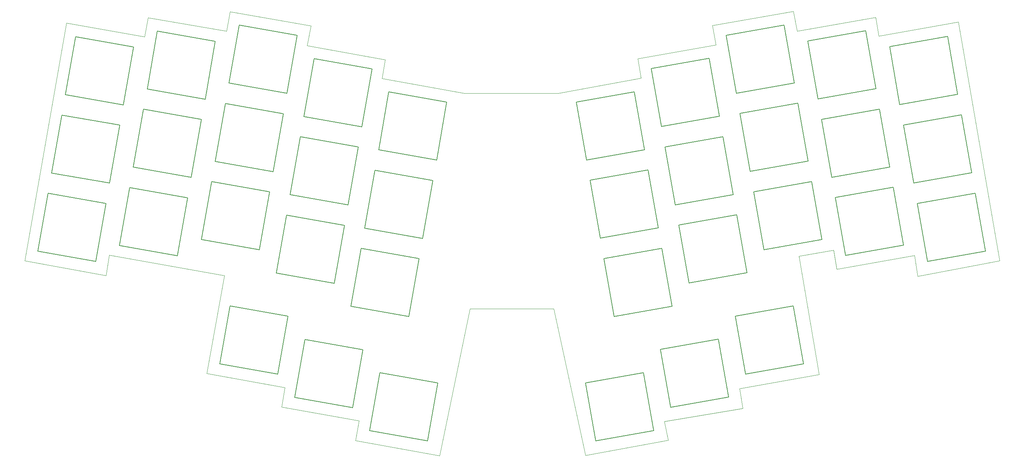
<source format=gbr>
%TF.GenerationSoftware,KiCad,Pcbnew,7.0.2*%
%TF.CreationDate,2023-05-13T02:56:55+09:00*%
%TF.ProjectId,ver1,76657231-2e6b-4696-9361-645f70636258,rev?*%
%TF.SameCoordinates,Original*%
%TF.FileFunction,Profile,NP*%
%FSLAX46Y46*%
G04 Gerber Fmt 4.6, Leading zero omitted, Abs format (unit mm)*
G04 Created by KiCad (PCBNEW 7.0.2) date 2023-05-13 02:56:55*
%MOMM*%
%LPD*%
G01*
G04 APERTURE LIST*
%TA.AperFunction,Profile*%
%ADD10C,0.100000*%
%TD*%
%TA.AperFunction,Profile*%
%ADD11C,0.150000*%
%TD*%
G04 APERTURE END LIST*
D10*
X216600000Y-98000000D02*
X215800000Y-93400000D01*
X148800000Y-107500000D02*
X156400000Y-142600000D01*
X149900000Y-55800000D02*
X169700000Y-52200000D01*
X89700000Y-44400000D02*
X108400000Y-47800000D01*
X193300000Y-126600000D02*
X194100000Y-131400000D01*
X255600000Y-96000000D02*
X236000000Y-99700000D01*
X169700000Y-52200000D02*
X168900000Y-47500000D01*
X148800000Y-107500000D02*
X128700000Y-107500000D01*
X83550000Y-131050000D02*
X84350000Y-126350000D01*
X225900000Y-37600000D02*
X226700000Y-42100000D01*
X176200000Y-139000000D02*
X156400000Y-142600000D01*
X71200000Y-36300000D02*
X70350000Y-40950000D01*
X207500000Y-94900000D02*
X212400000Y-123200000D01*
X168900000Y-47500000D02*
X187600000Y-44200000D01*
X65600000Y-123000000D02*
X69900000Y-99500000D01*
X127400000Y-55800000D02*
X149900000Y-55800000D01*
X50750000Y-42250000D02*
X51600000Y-37700000D01*
X226700000Y-42100000D02*
X245700000Y-38700000D01*
X32000000Y-39000000D02*
X50750000Y-42250000D01*
X215800000Y-93400000D02*
X207500000Y-94900000D01*
X128700000Y-107500000D02*
X121450000Y-142700000D01*
X42250000Y-94600000D02*
X41500000Y-99500000D01*
X121450000Y-142700000D02*
X101300000Y-139100000D01*
X101300000Y-139100000D02*
X102150000Y-134350000D01*
X41500000Y-99500000D02*
X22000000Y-96000000D01*
X235200000Y-94700000D02*
X216600000Y-98000000D01*
X175300000Y-134500000D02*
X176200000Y-139000000D01*
X245700000Y-38700000D02*
X255600000Y-96000000D01*
X207100000Y-40900000D02*
X225900000Y-37600000D01*
X187600000Y-44200000D02*
X186800000Y-39600000D01*
X108400000Y-47800000D02*
X107600000Y-52300000D01*
X84350000Y-126350000D02*
X65600000Y-123000000D01*
X69900000Y-99500000D02*
X42250000Y-94600000D01*
X90600000Y-39650000D02*
X89700000Y-44400000D01*
X236000000Y-99700000D02*
X235200000Y-94700000D01*
X22000000Y-96000000D02*
X32000000Y-39000000D01*
X194100000Y-131400000D02*
X175300000Y-134500000D01*
X212400000Y-123200000D02*
X193300000Y-126600000D01*
X186800000Y-39600000D02*
X206200000Y-36200000D01*
X107600000Y-52300000D02*
X127400000Y-55800000D01*
X102150000Y-134350000D02*
X83550000Y-131050000D01*
X71200000Y-36300000D02*
X90600000Y-39650000D01*
X207100000Y-40900000D02*
X206200000Y-36200000D01*
X51600000Y-37700000D02*
X70350000Y-40950000D01*
D11*
%TO.C,SW21*%
X27620677Y-79806015D02*
X41506466Y-82254454D01*
X25172238Y-93691804D02*
X27620677Y-79806015D01*
X41506466Y-82254454D02*
X39058027Y-96140243D01*
X39058027Y-96140243D02*
X25172238Y-93691804D01*
%TO.C,SW23*%
X66795851Y-77041717D02*
X80681640Y-79490156D01*
X64347412Y-90927506D02*
X66795851Y-77041717D01*
X80681640Y-79490156D02*
X78233201Y-93375945D01*
X78233201Y-93375945D02*
X64347412Y-90927506D01*
%TO.C,SW10*%
X229260197Y-44692259D02*
X243145986Y-42243820D01*
X231708636Y-58578048D02*
X229260197Y-44692259D01*
X243145986Y-42243820D02*
X245594425Y-56129609D01*
X245594425Y-56129609D02*
X231708636Y-58578048D01*
%TO.C,SW9*%
X209672609Y-43310110D02*
X223558398Y-40861671D01*
X212121048Y-57195899D02*
X209672609Y-43310110D01*
X223558398Y-40861671D02*
X226006837Y-54747460D01*
X226006837Y-54747460D02*
X212121048Y-57195899D01*
%TO.C,SW17*%
X175459432Y-68686693D02*
X189345221Y-66238254D01*
X177907871Y-82572482D02*
X175459432Y-68686693D01*
X189345221Y-66238254D02*
X191793660Y-80124043D01*
X191793660Y-80124043D02*
X177907871Y-82572482D01*
%TO.C,SW18*%
X193393020Y-60688548D02*
X207278809Y-58240109D01*
X195841459Y-74574337D02*
X193393020Y-60688548D01*
X207278809Y-58240109D02*
X209727248Y-72125898D01*
X209727248Y-72125898D02*
X195841459Y-74574337D01*
%TO.C,SW32*%
X89147737Y-114834742D02*
X103033526Y-117283181D01*
X86699298Y-128720531D02*
X89147737Y-114834742D01*
X103033526Y-117283181D02*
X100585087Y-131168970D01*
X100585087Y-131168970D02*
X86699298Y-128720531D01*
%TO.C,SW24*%
X84729439Y-85039861D02*
X98615228Y-87488300D01*
X82281000Y-98925650D02*
X84729439Y-85039861D01*
X98615228Y-87488300D02*
X96166789Y-101374089D01*
X96166789Y-101374089D02*
X82281000Y-98925650D01*
%TO.C,SW33*%
X107081325Y-122832886D02*
X120967114Y-125281325D01*
X104632886Y-136718675D02*
X107081325Y-122832886D01*
X120967114Y-125281325D02*
X118518675Y-139167114D01*
X118518675Y-139167114D02*
X104632886Y-136718675D01*
%TO.C,SW20*%
X232568194Y-63452847D02*
X246453983Y-61004408D01*
X235016633Y-77338636D02*
X232568194Y-63452847D01*
X246453983Y-61004408D02*
X248902422Y-74890197D01*
X248902422Y-74890197D02*
X235016633Y-77338636D01*
%TO.C,SW7*%
X172151434Y-49926105D02*
X186037223Y-47477666D01*
X174599873Y-63811894D02*
X172151434Y-49926105D01*
X186037223Y-47477666D02*
X188485662Y-61363455D01*
X188485662Y-61363455D02*
X174599873Y-63811894D01*
%TO.C,SW14*%
X88037437Y-66279274D02*
X101923226Y-68727713D01*
X85588998Y-80165063D02*
X88037437Y-66279274D01*
X101923226Y-68727713D02*
X99474787Y-82613502D01*
X99474787Y-82613502D02*
X85588998Y-80165063D01*
%TO.C,SW12*%
X50516262Y-59663278D02*
X64402051Y-62111717D01*
X48067823Y-73549067D02*
X50516262Y-59663278D01*
X64402051Y-62111717D02*
X61953612Y-75997506D01*
X61953612Y-75997506D02*
X48067823Y-73549067D01*
%TO.C,SW5*%
X109279023Y-55516831D02*
X123164812Y-57965270D01*
X106830584Y-69402620D02*
X109279023Y-55516831D01*
X123164812Y-57965270D02*
X120716373Y-71851059D01*
X120716373Y-71851059D02*
X106830584Y-69402620D01*
%TO.C,SW22*%
X47208264Y-78423866D02*
X61094053Y-80872305D01*
X44759825Y-92309655D02*
X47208264Y-78423866D01*
X61094053Y-80872305D02*
X58645614Y-94758094D01*
X58645614Y-94758094D02*
X44759825Y-92309655D01*
%TO.C,SW36*%
X192282721Y-109244016D02*
X206168510Y-106795577D01*
X194731160Y-123129805D02*
X192282721Y-109244016D01*
X206168510Y-106795577D02*
X208616949Y-120681366D01*
X208616949Y-120681366D02*
X194731160Y-123129805D01*
%TO.C,SW3*%
X73411847Y-39520541D02*
X87297636Y-41968980D01*
X70963408Y-53406330D02*
X73411847Y-39520541D01*
X87297636Y-41968980D02*
X84849197Y-55854769D01*
X84849197Y-55854769D02*
X70963408Y-53406330D01*
%TO.C,SW28*%
X196701018Y-79449136D02*
X210586807Y-77000697D01*
X199149457Y-93334925D02*
X196701018Y-79449136D01*
X210586807Y-77000697D02*
X213035246Y-90886486D01*
X213035246Y-90886486D02*
X199149457Y-93334925D01*
%TO.C,SW15*%
X105971025Y-74277418D02*
X119856814Y-76725857D01*
X103522586Y-88163207D02*
X105971025Y-74277418D01*
X119856814Y-76725857D02*
X117408375Y-90611646D01*
X117408375Y-90611646D02*
X103522586Y-88163207D01*
%TO.C,SW1*%
X34236672Y-42284839D02*
X48122461Y-44733278D01*
X31788233Y-56170628D02*
X34236672Y-42284839D01*
X48122461Y-44733278D02*
X45674022Y-58619067D01*
X45674022Y-58619067D02*
X31788233Y-56170628D01*
%TO.C,SW2*%
X53824260Y-40902690D02*
X67710049Y-43351129D01*
X51375821Y-54788479D02*
X53824260Y-40902690D01*
X67710049Y-43351129D02*
X65261610Y-57236918D01*
X65261610Y-57236918D02*
X51375821Y-54788479D01*
%TO.C,SW8*%
X190085022Y-41927961D02*
X203970811Y-39479522D01*
X192533461Y-55813750D02*
X190085022Y-41927961D01*
X203970811Y-39479522D02*
X206419250Y-53365311D01*
X206419250Y-53365311D02*
X192533461Y-55813750D01*
%TO.C,SW11*%
X30928675Y-61045427D02*
X44814464Y-63493866D01*
X28480236Y-74931216D02*
X30928675Y-61045427D01*
X44814464Y-63493866D02*
X42366025Y-77379655D01*
X42366025Y-77379655D02*
X28480236Y-74931216D01*
%TO.C,SW35*%
X174349132Y-117242161D02*
X188234921Y-114793722D01*
X176797571Y-131127950D02*
X174349132Y-117242161D01*
X188234921Y-114793722D02*
X190683360Y-128679511D01*
X190683360Y-128679511D02*
X176797571Y-131127950D01*
%TO.C,SW30*%
X235876192Y-82213434D02*
X249761981Y-79764995D01*
X238324631Y-96099223D02*
X235876192Y-82213434D01*
X249761981Y-79764995D02*
X252210420Y-93650784D01*
X252210420Y-93650784D02*
X238324631Y-96099223D01*
%TO.C,SW16*%
X157525844Y-76684838D02*
X171411633Y-74236399D01*
X159974283Y-90570627D02*
X157525844Y-76684838D01*
X171411633Y-74236399D02*
X173860072Y-88122188D01*
X173860072Y-88122188D02*
X159974283Y-90570627D01*
%TO.C,SW26*%
X160833841Y-95445425D02*
X174719630Y-92996986D01*
X163282280Y-109331214D02*
X160833841Y-95445425D01*
X174719630Y-92996986D02*
X177168069Y-106882775D01*
X177168069Y-106882775D02*
X163282280Y-109331214D01*
%TO.C,SW25*%
X102663028Y-93038006D02*
X116548817Y-95486445D01*
X100214589Y-106923795D02*
X102663028Y-93038006D01*
X116548817Y-95486445D02*
X114100378Y-109372234D01*
X114100378Y-109372234D02*
X100214589Y-106923795D01*
%TO.C,SW13*%
X70103849Y-58281129D02*
X83989638Y-60729568D01*
X67655410Y-72166918D02*
X70103849Y-58281129D01*
X83989638Y-60729568D02*
X81541199Y-74615357D01*
X81541199Y-74615357D02*
X67655410Y-72166918D01*
%TO.C,SW31*%
X71214148Y-106836597D02*
X85099937Y-109285036D01*
X68765709Y-120722386D02*
X71214148Y-106836597D01*
X85099937Y-109285036D02*
X82651498Y-123170825D01*
X82651498Y-123170825D02*
X68765709Y-120722386D01*
%TO.C,SW6*%
X154217846Y-57924250D02*
X168103635Y-55475811D01*
X156666285Y-71810039D02*
X154217846Y-57924250D01*
X168103635Y-55475811D02*
X170552074Y-69361600D01*
X170552074Y-69361600D02*
X156666285Y-71810039D01*
%TO.C,SW4*%
X91345435Y-47518686D02*
X105231224Y-49967125D01*
X88896996Y-61404475D02*
X91345435Y-47518686D01*
X105231224Y-49967125D02*
X102782785Y-63852914D01*
X102782785Y-63852914D02*
X88896996Y-61404475D01*
%TO.C,SW34*%
X156415544Y-125240306D02*
X170301333Y-122791867D01*
X158863983Y-139126095D02*
X156415544Y-125240306D01*
X170301333Y-122791867D02*
X172749772Y-136677656D01*
X172749772Y-136677656D02*
X158863983Y-139126095D01*
%TO.C,SW27*%
X178767430Y-87447281D02*
X192653219Y-84998842D01*
X181215869Y-101333070D02*
X178767430Y-87447281D01*
X192653219Y-84998842D02*
X195101658Y-98884631D01*
X195101658Y-98884631D02*
X181215869Y-101333070D01*
%TO.C,SW19*%
X212980607Y-62070697D02*
X226866396Y-59622258D01*
X215429046Y-75956486D02*
X212980607Y-62070697D01*
X226866396Y-59622258D02*
X229314835Y-73508047D01*
X229314835Y-73508047D02*
X215429046Y-75956486D01*
%TO.C,SW29*%
X216288605Y-80831285D02*
X230174394Y-78382846D01*
X218737044Y-94717074D02*
X216288605Y-80831285D01*
X230174394Y-78382846D02*
X232622833Y-92268635D01*
X232622833Y-92268635D02*
X218737044Y-94717074D01*
%TD*%
M02*

</source>
